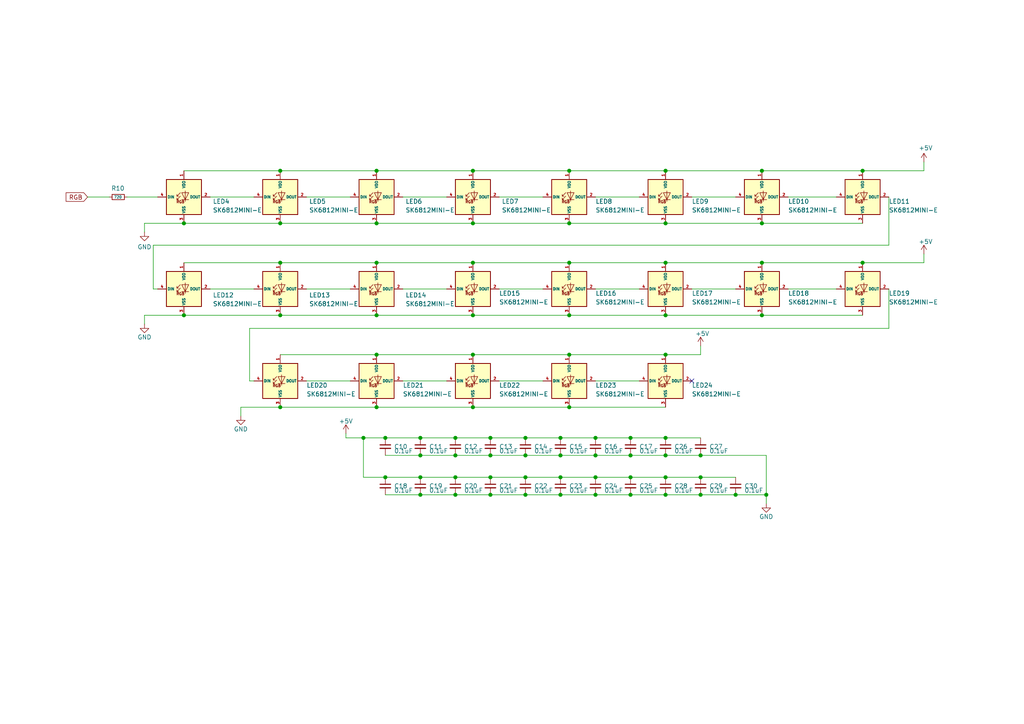
<source format=kicad_sch>
(kicad_sch (version 20210621) (generator eeschema)
  (paper "A4")
  (title_block (title "Arisutea RGB Keyboard") (date "2021-06-19") (rev "0.3") (company "mattyams"))
  (lib_symbols
    (symbol "arisutea-pcb:Device_C_Small" (pin_numbers hide) (pin_names (offset 0.254) hide)
      (property "Reference" "C" (at 0.254 1.778 0))
      (property "Value" "Device_C_Small" (at 0.254 -2.032 0))
      (symbol "Device_C_Small_0_1"
        (polyline (pts (xy -1.524 -0.508) (xy 1.524 -0.508)) (stroke (width 0.3302)))
        (polyline (pts (xy -1.524 0.508) (xy 1.524 0.508)) (stroke (width 0.3048)))
      )
      (symbol "Device_C_Small_1_1"
        (pin passive line (at 0 2.54 270) (length 2.032) (name "~") (number "1"))
        (pin passive line (at 0 -2.54 90) (length 2.032) (name "~") (number "2"))
      )
    )
    (symbol "arisutea-pcb:Device_R_Small" (pin_numbers hide) (pin_names (offset 0.254) hide)
      (property "Reference" "R" (at 0.762 0.508 0))
      (property "Value" "Device_R_Small" (at 0.762 -1.016 0))
      (symbol "Device_R_Small_0_1"
        (rectangle (start -0.762 1.778) (end 0.762 -1.778) (stroke (width 0.2032)))
      )
      (symbol "Device_R_Small_1_1"
        (pin passive line (at 0 2.54 270) (length 0.762) (name "~") (number "1"))
        (pin passive line (at 0 -2.54 90) (length 0.762) (name "~") (number "2"))
      )
    )
    (symbol "arisutea-pcb:LED_SK6812MINI-E" (pin_names (offset 0.254))
      (property "Reference" "LED" (at 5.08 5.715 0))
      (property "Value" "LED_SK6812MINI-E" (at 1.27 -5.715 0))
      (symbol "LED_SK6812MINI-E_0_0"
        (text "RGB" (at -1.016 -1.397 0) (effects (font (size 0.762 0.762))))
      )
      (symbol "LED_SK6812MINI-E_0_1"
        (rectangle (start 5.08 5.08) (end -5.08 -5.08) (stroke (width 0.254)) (fill (type background)))
        (polyline (pts (xy -2.032 -0.762) (xy -1.524 -0.762)))
        (polyline (pts (xy -2.032 0.254) (xy -1.524 0.254)))
        (polyline (pts (xy 1.397 -0.762) (xy -0.635 -0.762)))
        (polyline (pts (xy -1.016 0.254) (xy -2.032 -0.762) (xy -2.032 -0.254)))
        (polyline (pts (xy -1.016 1.27) (xy -2.032 0.254) (xy -2.032 0.762)))
        (polyline (pts (xy 0.381 1.778) (xy 0.381 -0.762) (xy 0.381 -1.27)))
        (polyline (pts (xy 1.397 1.27) (xy -0.635 1.27) (xy 0.381 -0.762) (xy 1.397 1.27)))
      )
      (symbol "LED_SK6812MINI-E_1_1"
        (pin power_in line (at 0 7.62 270) (length 2.54) (name "VDD") (number "1"))
        (pin output line (at 7.62 0 180) (length 2.54) (name "DOUT") (number "2"))
        (pin power_in line (at 0 -7.62 90) (length 2.54) (name "VSS") (number "3"))
        (pin input line (at -7.62 0 0) (length 2.54) (name "DIN") (number "4"))
      )
    )
    (symbol "power:+5V" (power) (pin_names (offset 0))
      (property "Value" "+5V" (at 0 3.556 0))
      (symbol "+5V_0_1"
        (polyline (pts (xy -0.762 1.27) (xy 0 2.54)))
        (polyline (pts (xy 0 0) (xy 0 2.54)))
        (polyline (pts (xy 0 2.54) (xy 0.762 1.27)))
      )
      (symbol "+5V_1_1"
        (pin power_in line (at 0 0 90) (length 0) hide (name "+5V") (number "1"))
      )
    )
    (symbol "power:GND" (power) (pin_names (offset 0))
      (property "Value" "GND" (at 0 -3.81 0))
      (symbol "GND_0_1"
        (polyline (pts (xy 0 0) (xy 0 -1.27) (xy 1.27 -1.27) (xy 0 -2.54) (xy -1.27 -1.27) (xy 0 -1.27)))
      )
      (symbol "GND_1_1"
        (pin power_in line (at 0 0 270) (length 0) hide (name "GND") (number "1"))
      )
    )
  )
  (junction (at 53.34 64.77) (diameter 1.016))
  (junction (at 53.34 91.44) (diameter 1.016))
  (junction (at 81.28 49.53) (diameter 1.016))
  (junction (at 81.28 64.77) (diameter 1.016))
  (junction (at 81.28 76.2) (diameter 1.016))
  (junction (at 81.28 91.44) (diameter 1.016))
  (junction (at 81.28 118.11) (diameter 1.016))
  (junction (at 105.41 127) (diameter 1.016))
  (junction (at 109.22 49.53) (diameter 1.016))
  (junction (at 109.22 64.77) (diameter 1.016))
  (junction (at 109.22 76.2) (diameter 1.016))
  (junction (at 109.22 91.44) (diameter 1.016))
  (junction (at 109.22 102.87) (diameter 1.016))
  (junction (at 109.22 118.11) (diameter 1.016))
  (junction (at 111.76 127) (diameter 1.016))
  (junction (at 111.76 138.43) (diameter 1.016))
  (junction (at 121.92 127) (diameter 1.016))
  (junction (at 121.92 132.08) (diameter 1.016))
  (junction (at 121.92 138.43) (diameter 1.016))
  (junction (at 121.92 143.51) (diameter 1.016))
  (junction (at 132.08 127) (diameter 1.016))
  (junction (at 132.08 132.08) (diameter 1.016))
  (junction (at 132.08 138.43) (diameter 1.016))
  (junction (at 132.08 143.51) (diameter 1.016))
  (junction (at 137.16 49.53) (diameter 1.016))
  (junction (at 137.16 64.77) (diameter 1.016))
  (junction (at 137.16 76.2) (diameter 1.016))
  (junction (at 137.16 91.44) (diameter 1.016))
  (junction (at 137.16 102.87) (diameter 1.016))
  (junction (at 137.16 118.11) (diameter 1.016))
  (junction (at 142.24 127) (diameter 1.016))
  (junction (at 142.24 132.08) (diameter 1.016))
  (junction (at 142.24 138.43) (diameter 1.016))
  (junction (at 142.24 143.51) (diameter 1.016))
  (junction (at 152.4 127) (diameter 1.016))
  (junction (at 152.4 132.08) (diameter 1.016))
  (junction (at 152.4 138.43) (diameter 1.016))
  (junction (at 152.4 143.51) (diameter 1.016))
  (junction (at 162.56 127) (diameter 1.016))
  (junction (at 162.56 132.08) (diameter 1.016))
  (junction (at 162.56 138.43) (diameter 1.016))
  (junction (at 162.56 143.51) (diameter 1.016))
  (junction (at 165.1 49.53) (diameter 1.016))
  (junction (at 165.1 64.77) (diameter 1.016))
  (junction (at 165.1 76.2) (diameter 1.016))
  (junction (at 165.1 91.44) (diameter 1.016))
  (junction (at 165.1 102.87) (diameter 1.016))
  (junction (at 165.1 118.11) (diameter 1.016))
  (junction (at 172.72 127) (diameter 1.016))
  (junction (at 172.72 132.08) (diameter 1.016))
  (junction (at 172.72 138.43) (diameter 1.016))
  (junction (at 172.72 143.51) (diameter 1.016))
  (junction (at 182.88 127) (diameter 1.016))
  (junction (at 182.88 132.08) (diameter 1.016))
  (junction (at 182.88 138.43) (diameter 1.016))
  (junction (at 182.88 143.51) (diameter 1.016))
  (junction (at 193.04 49.53) (diameter 1.016))
  (junction (at 193.04 64.77) (diameter 1.016))
  (junction (at 193.04 76.2) (diameter 1.016))
  (junction (at 193.04 91.44) (diameter 1.016))
  (junction (at 193.04 102.87) (diameter 1.016))
  (junction (at 193.04 127) (diameter 1.016))
  (junction (at 193.04 132.08) (diameter 1.016))
  (junction (at 193.04 138.43) (diameter 1.016))
  (junction (at 193.04 143.51) (diameter 1.016))
  (junction (at 203.2 132.08) (diameter 1.016))
  (junction (at 203.2 138.43) (diameter 1.016))
  (junction (at 203.2 143.51) (diameter 1.016))
  (junction (at 213.36 143.51) (diameter 1.016))
  (junction (at 220.98 49.53) (diameter 1.016))
  (junction (at 220.98 64.77) (diameter 1.016))
  (junction (at 220.98 76.2) (diameter 1.016))
  (junction (at 220.98 91.44) (diameter 1.016))
  (junction (at 222.25 143.51) (diameter 1.016))
  (junction (at 250.19 49.53) (diameter 1.016))
  (junction (at 250.19 76.2) (diameter 1.016))
  (no_connect (at 200.66 110.49))
  (wire (pts (xy 25.4 57.15) (xy 31.75 57.15)))
  (wire (pts (xy 36.83 57.15) (xy 45.72 57.15)))
  (wire (pts (xy 41.91 64.77) (xy 41.91 67.31)))
  (wire (pts (xy 41.91 91.44) (xy 41.91 93.98)))
  (wire (pts (xy 44.45 71.12) (xy 44.45 83.82)))
  (wire (pts (xy 44.45 71.12) (xy 257.81 71.12)))
  (wire (pts (xy 44.45 83.82) (xy 45.72 83.82)))
  (wire (pts (xy 53.34 49.53) (xy 81.28 49.53)))
  (wire (pts (xy 53.34 64.77) (xy 41.91 64.77)))
  (wire (pts (xy 53.34 76.2) (xy 81.28 76.2)))
  (wire (pts (xy 53.34 91.44) (xy 41.91 91.44)))
  (wire (pts (xy 53.34 91.44) (xy 81.28 91.44)))
  (wire (pts (xy 60.96 57.15) (xy 73.66 57.15)))
  (wire (pts (xy 60.96 83.82) (xy 73.66 83.82)))
  (wire (pts (xy 69.85 118.11) (xy 81.28 118.11)))
  (wire (pts (xy 69.85 120.65) (xy 69.85 118.11)))
  (wire (pts (xy 72.39 95.25) (xy 72.39 110.49)))
  (wire (pts (xy 72.39 110.49) (xy 73.66 110.49)))
  (wire (pts (xy 81.28 49.53) (xy 109.22 49.53)))
  (wire (pts (xy 81.28 64.77) (xy 53.34 64.77)))
  (wire (pts (xy 81.28 76.2) (xy 109.22 76.2)))
  (wire (pts (xy 81.28 91.44) (xy 109.22 91.44)))
  (wire (pts (xy 81.28 102.87) (xy 109.22 102.87)))
  (wire (pts (xy 81.28 118.11) (xy 109.22 118.11)))
  (wire (pts (xy 88.9 57.15) (xy 101.6 57.15)))
  (wire (pts (xy 88.9 83.82) (xy 101.6 83.82)))
  (wire (pts (xy 88.9 110.49) (xy 101.6 110.49)))
  (wire (pts (xy 100.33 125.73) (xy 100.33 127)))
  (wire (pts (xy 100.33 127) (xy 105.41 127)))
  (wire (pts (xy 105.41 127) (xy 111.76 127)))
  (wire (pts (xy 105.41 138.43) (xy 105.41 127)))
  (wire (pts (xy 105.41 138.43) (xy 111.76 138.43)))
  (wire (pts (xy 109.22 49.53) (xy 137.16 49.53)))
  (wire (pts (xy 109.22 64.77) (xy 81.28 64.77)))
  (wire (pts (xy 109.22 76.2) (xy 137.16 76.2)))
  (wire (pts (xy 109.22 91.44) (xy 137.16 91.44)))
  (wire (pts (xy 109.22 102.87) (xy 137.16 102.87)))
  (wire (pts (xy 109.22 118.11) (xy 137.16 118.11)))
  (wire (pts (xy 111.76 127) (xy 121.92 127)))
  (wire (pts (xy 111.76 132.08) (xy 121.92 132.08)))
  (wire (pts (xy 111.76 138.43) (xy 121.92 138.43)))
  (wire (pts (xy 111.76 143.51) (xy 121.92 143.51)))
  (wire (pts (xy 116.84 57.15) (xy 129.54 57.15)))
  (wire (pts (xy 116.84 83.82) (xy 129.54 83.82)))
  (wire (pts (xy 116.84 110.49) (xy 129.54 110.49)))
  (wire (pts (xy 121.92 127) (xy 132.08 127)))
  (wire (pts (xy 121.92 132.08) (xy 132.08 132.08)))
  (wire (pts (xy 121.92 143.51) (xy 132.08 143.51)))
  (wire (pts (xy 132.08 127) (xy 142.24 127)))
  (wire (pts (xy 132.08 132.08) (xy 142.24 132.08)))
  (wire (pts (xy 132.08 138.43) (xy 121.92 138.43)))
  (wire (pts (xy 132.08 143.51) (xy 142.24 143.51)))
  (wire (pts (xy 137.16 49.53) (xy 165.1 49.53)))
  (wire (pts (xy 137.16 64.77) (xy 109.22 64.77)))
  (wire (pts (xy 137.16 64.77) (xy 165.1 64.77)))
  (wire (pts (xy 137.16 76.2) (xy 165.1 76.2)))
  (wire (pts (xy 137.16 91.44) (xy 165.1 91.44)))
  (wire (pts (xy 137.16 102.87) (xy 165.1 102.87)))
  (wire (pts (xy 137.16 118.11) (xy 165.1 118.11)))
  (wire (pts (xy 142.24 127) (xy 152.4 127)))
  (wire (pts (xy 142.24 132.08) (xy 152.4 132.08)))
  (wire (pts (xy 142.24 138.43) (xy 132.08 138.43)))
  (wire (pts (xy 142.24 143.51) (xy 152.4 143.51)))
  (wire (pts (xy 144.78 57.15) (xy 157.48 57.15)))
  (wire (pts (xy 144.78 83.82) (xy 157.48 83.82)))
  (wire (pts (xy 144.78 110.49) (xy 157.48 110.49)))
  (wire (pts (xy 152.4 127) (xy 162.56 127)))
  (wire (pts (xy 152.4 132.08) (xy 162.56 132.08)))
  (wire (pts (xy 152.4 138.43) (xy 142.24 138.43)))
  (wire (pts (xy 152.4 138.43) (xy 162.56 138.43)))
  (wire (pts (xy 152.4 143.51) (xy 162.56 143.51)))
  (wire (pts (xy 162.56 127) (xy 172.72 127)))
  (wire (pts (xy 162.56 132.08) (xy 172.72 132.08)))
  (wire (pts (xy 162.56 138.43) (xy 172.72 138.43)))
  (wire (pts (xy 162.56 143.51) (xy 172.72 143.51)))
  (wire (pts (xy 165.1 49.53) (xy 193.04 49.53)))
  (wire (pts (xy 165.1 64.77) (xy 193.04 64.77)))
  (wire (pts (xy 165.1 76.2) (xy 193.04 76.2)))
  (wire (pts (xy 165.1 91.44) (xy 193.04 91.44)))
  (wire (pts (xy 165.1 102.87) (xy 193.04 102.87)))
  (wire (pts (xy 165.1 118.11) (xy 193.04 118.11)))
  (wire (pts (xy 172.72 57.15) (xy 185.42 57.15)))
  (wire (pts (xy 172.72 83.82) (xy 185.42 83.82)))
  (wire (pts (xy 172.72 110.49) (xy 185.42 110.49)))
  (wire (pts (xy 172.72 127) (xy 182.88 127)))
  (wire (pts (xy 172.72 132.08) (xy 182.88 132.08)))
  (wire (pts (xy 172.72 138.43) (xy 182.88 138.43)))
  (wire (pts (xy 172.72 143.51) (xy 182.88 143.51)))
  (wire (pts (xy 182.88 127) (xy 193.04 127)))
  (wire (pts (xy 182.88 132.08) (xy 193.04 132.08)))
  (wire (pts (xy 182.88 138.43) (xy 193.04 138.43)))
  (wire (pts (xy 182.88 143.51) (xy 193.04 143.51)))
  (wire (pts (xy 193.04 49.53) (xy 220.98 49.53)))
  (wire (pts (xy 193.04 64.77) (xy 220.98 64.77)))
  (wire (pts (xy 193.04 76.2) (xy 220.98 76.2)))
  (wire (pts (xy 193.04 91.44) (xy 220.98 91.44)))
  (wire (pts (xy 193.04 127) (xy 203.2 127)))
  (wire (pts (xy 193.04 132.08) (xy 203.2 132.08)))
  (wire (pts (xy 193.04 138.43) (xy 203.2 138.43)))
  (wire (pts (xy 193.04 143.51) (xy 203.2 143.51)))
  (wire (pts (xy 200.66 57.15) (xy 213.36 57.15)))
  (wire (pts (xy 200.66 83.82) (xy 213.36 83.82)))
  (wire (pts (xy 203.2 100.33) (xy 203.2 102.87)))
  (wire (pts (xy 203.2 102.87) (xy 193.04 102.87)))
  (wire (pts (xy 203.2 132.08) (xy 222.25 132.08)))
  (wire (pts (xy 203.2 138.43) (xy 213.36 138.43)))
  (wire (pts (xy 203.2 143.51) (xy 213.36 143.51)))
  (wire (pts (xy 220.98 49.53) (xy 250.19 49.53)))
  (wire (pts (xy 220.98 64.77) (xy 250.19 64.77)))
  (wire (pts (xy 220.98 76.2) (xy 250.19 76.2)))
  (wire (pts (xy 220.98 91.44) (xy 250.19 91.44)))
  (wire (pts (xy 222.25 132.08) (xy 222.25 143.51)))
  (wire (pts (xy 222.25 143.51) (xy 213.36 143.51)))
  (wire (pts (xy 222.25 146.05) (xy 222.25 143.51)))
  (wire (pts (xy 228.6 57.15) (xy 242.57 57.15)))
  (wire (pts (xy 228.6 83.82) (xy 242.57 83.82)))
  (wire (pts (xy 250.19 49.53) (xy 267.97 49.53)))
  (wire (pts (xy 250.19 76.2) (xy 267.97 76.2)))
  (wire (pts (xy 257.81 71.12) (xy 257.81 57.15)))
  (wire (pts (xy 257.81 83.82) (xy 257.81 95.25)))
  (wire (pts (xy 257.81 95.25) (xy 72.39 95.25)))
  (wire (pts (xy 267.97 49.53) (xy 267.97 46.99)))
  (wire (pts (xy 267.97 73.66) (xy 267.97 76.2)))
  (global_label "RGB" (shape input) (at 25.4 57.15 180) (property "Intersheet References" "${INTERSHEET_REFS}" (effects hide)))
  (symbol (lib_id "power:+5V") (at 100.33 125.73 0) (unit 1)
    (property "Reference" "#PWR05" (effects hide))
    (property "Value" "+5V" (at 100.33 122.174 0))
  )
  (symbol (lib_id "power:+5V") (at 203.2 100.33 0) (unit 1)
    (property "Reference" "#PWR07" (effects hide))
    (property "Value" "+5V" (at 203.708 96.774 0))
  )
  (symbol (lib_id "power:+5V") (at 267.97 46.99 0) (unit 1)
    (property "Reference" "#PWR01" (effects hide))
    (property "Value" "+5V" (at 268.478 42.926 0))
  )
  (symbol (lib_id "power:+5V") (at 267.97 73.66 0) (unit 1)
    (property "Reference" "#PWR03" (effects hide))
    (property "Value" "+5V" (at 268.478 70.104 0))
  )
  (symbol (lib_id "power:GND") (at 41.91 67.31 0) (unit 1)
    (property "Reference" "#PWR02" (effects hide))
    (property "Value" "GND" (at 41.91 71.628 0))
  )
  (symbol (lib_id "power:GND") (at 41.91 93.98 0) (unit 1)
    (property "Reference" "#PWR04" (effects hide))
    (property "Value" "GND" (at 41.91 97.79 0))
  )
  (symbol (lib_id "power:GND") (at 69.85 120.65 0) (unit 1)
    (property "Reference" "#PWR08" (effects hide))
    (property "Value" "GND" (at 69.85 124.46 0))
  )
  (symbol (lib_id "power:GND") (at 222.25 146.05 0) (unit 1)
    (property "Reference" "#PWR06" (effects hide))
    (property "Value" "GND" (at 222.25 149.86 0))
  )
  (symbol (lib_id "arisutea-pcb:Device_R_Small") (at 34.29 57.15 90) (unit 1)
    (property "Reference" "R10" (at 34.2046 54.6263 90))
    (property "Value" "720" (at 34.2046 57.1663 90) (effects (font (size 0.762 0.762))))
    (property "Footprint" "arisutea:C_0805_2012Metric_Pad1.18x1.45mm_HandSolder" (effects hide))
    (property "LCSC" "C17818" (effects hide))
  )
  (symbol (lib_id "arisutea-pcb:Device_C_Small") (at 111.76 129.54 0) (unit 1)
    (property "Reference" "C10" (at 114.3 129.54 0) (effects (justify left)))
    (property "Value" "0.1uF" (at 114.3 130.81 0) (effects (justify left)))
    (property "Footprint" "arisutea:C_0805_2012Metric_Pad1.18x1.45mm_HandSolder" (effects hide))
    (property "LCSC" "C28233" (effects hide))
  )
  (symbol (lib_id "arisutea-pcb:Device_C_Small") (at 111.76 140.97 0) (unit 1)
    (property "Reference" "C18" (at 114.3 140.97 0) (effects (justify left)))
    (property "Value" "0.1uF" (at 114.3 142.24 0) (effects (justify left)))
    (property "Footprint" "arisutea:C_0805_2012Metric_Pad1.18x1.45mm_HandSolder" (effects hide))
    (property "LCSC" "C28233" (effects hide))
  )
  (symbol (lib_id "arisutea-pcb:Device_C_Small") (at 121.92 129.54 0) (unit 1)
    (property "Reference" "C11" (at 124.46 129.54 0) (effects (justify left)))
    (property "Value" "0.1uF" (at 124.46 130.81 0) (effects (justify left)))
    (property "Footprint" "arisutea:C_0805_2012Metric_Pad1.18x1.45mm_HandSolder" (effects hide))
    (property "LCSC" "C28233" (effects hide))
  )
  (symbol (lib_id "arisutea-pcb:Device_C_Small") (at 121.92 140.97 0) (unit 1)
    (property "Reference" "C19" (at 124.46 140.97 0) (effects (justify left)))
    (property "Value" "0.1uF" (at 124.46 142.24 0) (effects (justify left)))
    (property "Footprint" "arisutea:C_0805_2012Metric_Pad1.18x1.45mm_HandSolder" (effects hide))
    (property "LCSC" "C28233" (effects hide))
  )
  (symbol (lib_id "arisutea-pcb:Device_C_Small") (at 132.08 129.54 0) (unit 1)
    (property "Reference" "C12" (at 134.62 129.54 0) (effects (justify left)))
    (property "Value" "0.1uF" (at 134.62 130.81 0) (effects (justify left)))
    (property "Footprint" "arisutea:C_0805_2012Metric_Pad1.18x1.45mm_HandSolder" (effects hide))
    (property "LCSC" "C28233" (effects hide))
  )
  (symbol (lib_id "arisutea-pcb:Device_C_Small") (at 132.08 140.97 0) (unit 1)
    (property "Reference" "C20" (at 134.62 140.97 0) (effects (justify left)))
    (property "Value" "0.1uF" (at 134.62 142.24 0) (effects (justify left)))
    (property "Footprint" "arisutea:C_0805_2012Metric_Pad1.18x1.45mm_HandSolder" (effects hide))
    (property "LCSC" "C28233" (effects hide))
  )
  (symbol (lib_id "arisutea-pcb:Device_C_Small") (at 142.24 129.54 0) (unit 1)
    (property "Reference" "C13" (at 144.78 129.54 0) (effects (justify left)))
    (property "Value" "0.1uF" (at 144.78 130.81 0) (effects (justify left)))
    (property "Footprint" "arisutea:C_0805_2012Metric_Pad1.18x1.45mm_HandSolder" (effects hide))
    (property "LCSC" "C28233" (effects hide))
  )
  (symbol (lib_id "arisutea-pcb:Device_C_Small") (at 142.24 140.97 0) (unit 1)
    (property "Reference" "C21" (at 144.78 140.97 0) (effects (justify left)))
    (property "Value" "0.1uF" (at 144.78 142.24 0) (effects (justify left)))
    (property "Footprint" "arisutea:C_0805_2012Metric_Pad1.18x1.45mm_HandSolder" (effects hide))
    (property "LCSC" "C28233" (effects hide))
  )
  (symbol (lib_id "arisutea-pcb:Device_C_Small") (at 152.4 129.54 0) (unit 1)
    (property "Reference" "C14" (at 154.94 129.54 0) (effects (justify left)))
    (property "Value" "0.1uF" (at 154.94 130.81 0) (effects (justify left)))
    (property "Footprint" "arisutea:C_0805_2012Metric_Pad1.18x1.45mm_HandSolder" (effects hide))
    (property "LCSC" "C28233" (effects hide))
  )
  (symbol (lib_id "arisutea-pcb:Device_C_Small") (at 152.4 140.97 0) (unit 1)
    (property "Reference" "C22" (at 154.94 140.97 0) (effects (justify left)))
    (property "Value" "0.1uF" (at 154.94 142.24 0) (effects (justify left)))
    (property "Footprint" "arisutea:C_0805_2012Metric_Pad1.18x1.45mm_HandSolder" (effects hide))
    (property "LCSC" "C28233" (effects hide))
  )
  (symbol (lib_id "arisutea-pcb:Device_C_Small") (at 162.56 129.54 0) (unit 1)
    (property "Reference" "C15" (at 165.1 129.54 0) (effects (justify left)))
    (property "Value" "0.1uF" (at 165.1 130.81 0) (effects (justify left)))
    (property "Footprint" "arisutea:C_0805_2012Metric_Pad1.18x1.45mm_HandSolder" (effects hide))
    (property "LCSC" "C28233" (effects hide))
  )
  (symbol (lib_id "arisutea-pcb:Device_C_Small") (at 162.56 140.97 0) (unit 1)
    (property "Reference" "C23" (at 165.1 140.97 0) (effects (justify left)))
    (property "Value" "0.1uF" (at 165.1 142.24 0) (effects (justify left)))
    (property "Footprint" "arisutea:C_0805_2012Metric_Pad1.18x1.45mm_HandSolder" (effects hide))
    (property "LCSC" "C28233" (effects hide))
  )
  (symbol (lib_id "arisutea-pcb:Device_C_Small") (at 172.72 129.54 0) (unit 1)
    (property "Reference" "C16" (at 175.26 129.54 0) (effects (justify left)))
    (property "Value" "0.1uF" (at 175.26 130.81 0) (effects (justify left)))
    (property "Footprint" "arisutea:C_0805_2012Metric_Pad1.18x1.45mm_HandSolder" (effects hide))
    (property "LCSC" "C28233" (effects hide))
  )
  (symbol (lib_id "arisutea-pcb:Device_C_Small") (at 172.72 140.97 0) (unit 1)
    (property "Reference" "C24" (at 175.26 140.97 0) (effects (justify left)))
    (property "Value" "0.1uF" (at 175.26 142.24 0) (effects (justify left)))
    (property "Footprint" "arisutea:C_0805_2012Metric_Pad1.18x1.45mm_HandSolder" (effects hide))
    (property "LCSC" "C28233" (effects hide))
  )
  (symbol (lib_id "arisutea-pcb:Device_C_Small") (at 182.88 129.54 0) (unit 1)
    (property "Reference" "C17" (at 185.42 129.54 0) (effects (justify left)))
    (property "Value" "0.1uF" (at 185.42 130.81 0) (effects (justify left)))
    (property "Footprint" "arisutea:C_0805_2012Metric_Pad1.18x1.45mm_HandSolder" (effects hide))
    (property "LCSC" "C28233" (effects hide))
  )
  (symbol (lib_id "arisutea-pcb:Device_C_Small") (at 182.88 140.97 0) (unit 1)
    (property "Reference" "C25" (at 185.42 140.97 0) (effects (justify left)))
    (property "Value" "0.1uF" (at 185.42 142.24 0) (effects (justify left)))
    (property "Footprint" "arisutea:C_0805_2012Metric_Pad1.18x1.45mm_HandSolder" (effects hide))
    (property "LCSC" "C28233" (effects hide))
  )
  (symbol (lib_id "arisutea-pcb:Device_C_Small") (at 193.04 129.54 0) (unit 1)
    (property "Reference" "C26" (at 195.58 129.54 0) (effects (justify left)))
    (property "Value" "0.1uF" (at 195.58 130.81 0) (effects (justify left)))
    (property "Footprint" "arisutea:C_0805_2012Metric_Pad1.18x1.45mm_HandSolder" (effects hide))
    (property "LCSC" "C28233" (effects hide))
  )
  (symbol (lib_id "arisutea-pcb:Device_C_Small") (at 193.04 140.97 0) (unit 1)
    (property "Reference" "C28" (at 195.58 140.97 0) (effects (justify left)))
    (property "Value" "0.1uF" (at 195.58 142.24 0) (effects (justify left)))
    (property "Footprint" "arisutea:C_0805_2012Metric_Pad1.18x1.45mm_HandSolder" (effects hide))
    (property "LCSC" "C28233" (effects hide))
  )
  (symbol (lib_id "arisutea-pcb:Device_C_Small") (at 203.2 129.54 0) (unit 1)
    (property "Reference" "C27" (at 205.74 129.54 0) (effects (justify left)))
    (property "Value" "0.1uF" (at 205.74 130.81 0) (effects (justify left)))
    (property "Footprint" "arisutea:C_0805_2012Metric_Pad1.18x1.45mm_HandSolder" (effects hide))
    (property "LCSC" "C28233" (effects hide))
  )
  (symbol (lib_id "arisutea-pcb:Device_C_Small") (at 203.2 140.97 0) (unit 1)
    (property "Reference" "C29" (at 205.74 140.97 0) (effects (justify left)))
    (property "Value" "0.1uF" (at 205.74 142.24 0) (effects (justify left)))
    (property "Footprint" "arisutea:C_0805_2012Metric_Pad1.18x1.45mm_HandSolder" (effects hide))
    (property "LCSC" "C28233" (effects hide))
  )
  (symbol (lib_id "arisutea-pcb:Device_C_Small") (at 213.36 140.97 0) (unit 1)
    (property "Reference" "C30" (at 215.9 140.97 0) (effects (justify left)))
    (property "Value" "0.1uF" (at 215.9 142.24 0) (effects (justify left)))
    (property "Footprint" "arisutea:C_0805_2012Metric_Pad1.18x1.45mm_HandSolder" (effects hide))
    (property "LCSC" "C28233" (effects hide))
  )
  (symbol (lib_id "arisutea-pcb:LED_SK6812MINI-E") (at 53.34 57.15 0) (unit 1)
    (property "Reference" "LED4" (at 61.722 58.42 0) (effects (justify left)))
    (property "Value" "SK6812MINI-E" (at 61.722 60.96 0) (effects (justify left)))
    (property "Footprint" "arisutea:LED_SK6812MINI-E" (effects hide))
  )
  (symbol (lib_id "arisutea-pcb:LED_SK6812MINI-E") (at 53.34 83.82 0) (unit 1)
    (property "Reference" "LED12" (at 61.722 85.598 0) (effects (justify left)))
    (property "Value" "SK6812MINI-E" (at 61.722 88.138 0) (effects (justify left)))
    (property "Footprint" "arisutea:LED_SK6812MINI-E" (effects hide))
  )
  (symbol (lib_id "arisutea-pcb:LED_SK6812MINI-E") (at 81.28 57.15 0) (unit 1)
    (property "Reference" "LED5" (at 89.662 58.42 0) (effects (justify left)))
    (property "Value" "SK6812MINI-E" (at 89.662 60.96 0) (effects (justify left)))
    (property "Footprint" "arisutea:LED_SK6812MINI-E" (effects hide))
  )
  (symbol (lib_id "arisutea-pcb:LED_SK6812MINI-E") (at 81.28 83.82 0) (unit 1)
    (property "Reference" "LED13" (at 89.662 85.598 0) (effects (justify left)))
    (property "Value" "SK6812MINI-E" (at 89.662 88.138 0) (effects (justify left)))
    (property "Footprint" "arisutea:LED_SK6812MINI-E" (effects hide))
  )
  (symbol (lib_id "arisutea-pcb:LED_SK6812MINI-E") (at 81.28 110.49 0) (unit 1)
    (property "Reference" "LED20" (at 88.9 111.76 0) (effects (justify left)))
    (property "Value" "SK6812MINI-E" (at 88.9 114.3 0) (effects (justify left)))
    (property "Footprint" "arisutea:LED_SK6812MINI-E" (effects hide))
  )
  (symbol (lib_id "arisutea-pcb:LED_SK6812MINI-E") (at 109.22 57.15 0) (unit 1)
    (property "Reference" "LED6" (at 117.602 58.42 0) (effects (justify left)))
    (property "Value" "SK6812MINI-E" (at 117.602 60.96 0) (effects (justify left)))
    (property "Footprint" "arisutea:LED_SK6812MINI-E" (effects hide))
  )
  (symbol (lib_id "arisutea-pcb:LED_SK6812MINI-E") (at 109.22 83.82 0) (unit 1)
    (property "Reference" "LED14" (at 117.602 85.598 0) (effects (justify left)))
    (property "Value" "SK6812MINI-E" (at 117.602 88.138 0) (effects (justify left)))
    (property "Footprint" "arisutea:LED_SK6812MINI-E" (effects hide))
  )
  (symbol (lib_id "arisutea-pcb:LED_SK6812MINI-E") (at 109.22 110.49 0) (unit 1)
    (property "Reference" "LED21" (at 116.84 111.76 0) (effects (justify left)))
    (property "Value" "SK6812MINI-E" (at 116.84 114.3 0) (effects (justify left)))
    (property "Footprint" "arisutea:LED_SK6812MINI-E" (effects hide))
  )
  (symbol (lib_id "arisutea-pcb:LED_SK6812MINI-E") (at 137.16 57.15 0) (unit 1)
    (property "Reference" "LED7" (at 145.542 58.42 0) (effects (justify left)))
    (property "Value" "SK6812MINI-E" (at 145.542 60.96 0) (effects (justify left)))
    (property "Footprint" "arisutea:LED_SK6812MINI-E" (effects hide))
  )
  (symbol (lib_id "arisutea-pcb:LED_SK6812MINI-E") (at 137.16 83.82 0) (unit 1)
    (property "Reference" "LED15" (at 144.78 85.09 0) (effects (justify left)))
    (property "Value" "SK6812MINI-E" (at 144.78 87.63 0) (effects (justify left)))
    (property "Footprint" "arisutea:LED_SK6812MINI-E" (effects hide))
  )
  (symbol (lib_id "arisutea-pcb:LED_SK6812MINI-E") (at 137.16 110.49 0) (unit 1)
    (property "Reference" "LED22" (at 144.78 111.76 0) (effects (justify left)))
    (property "Value" "SK6812MINI-E" (at 144.78 114.3 0) (effects (justify left)))
    (property "Footprint" "arisutea:LED_SK6812MINI-E" (effects hide))
  )
  (symbol (lib_id "arisutea-pcb:LED_SK6812MINI-E") (at 165.1 57.15 0) (unit 1)
    (property "Reference" "LED8" (at 172.72 58.42 0) (effects (justify left)))
    (property "Value" "SK6812MINI-E" (at 172.72 60.96 0) (effects (justify left)))
    (property "Footprint" "arisutea:LED_SK6812MINI-E" (effects hide))
  )
  (symbol (lib_id "arisutea-pcb:LED_SK6812MINI-E") (at 165.1 83.82 0) (unit 1)
    (property "Reference" "LED16" (at 172.72 85.09 0) (effects (justify left)))
    (property "Value" "SK6812MINI-E" (at 172.72 87.63 0) (effects (justify left)))
    (property "Footprint" "arisutea:LED_SK6812MINI-E" (effects hide))
  )
  (symbol (lib_id "arisutea-pcb:LED_SK6812MINI-E") (at 165.1 110.49 0) (unit 1)
    (property "Reference" "LED23" (at 172.72 111.76 0) (effects (justify left)))
    (property "Value" "SK6812MINI-E" (at 172.72 114.3 0) (effects (justify left)))
    (property "Footprint" "arisutea:LED_SK6812MINI-E" (effects hide))
  )
  (symbol (lib_id "arisutea-pcb:LED_SK6812MINI-E") (at 193.04 57.15 0) (unit 1)
    (property "Reference" "LED9" (at 200.66 58.42 0) (effects (justify left)))
    (property "Value" "SK6812MINI-E" (at 200.66 60.96 0) (effects (justify left)))
    (property "Footprint" "arisutea:LED_SK6812MINI-E" (effects hide))
  )
  (symbol (lib_id "arisutea-pcb:LED_SK6812MINI-E") (at 193.04 83.82 0) (unit 1)
    (property "Reference" "LED17" (at 200.66 85.09 0) (effects (justify left)))
    (property "Value" "SK6812MINI-E" (at 200.66 87.63 0) (effects (justify left)))
    (property "Footprint" "arisutea:LED_SK6812MINI-E" (effects hide))
  )
  (symbol (lib_id "arisutea-pcb:LED_SK6812MINI-E") (at 193.04 110.49 0) (unit 1)
    (property "Reference" "LED24" (at 200.66 111.76 0) (effects (justify left)))
    (property "Value" "SK6812MINI-E" (at 200.66 114.3 0) (effects (justify left)))
    (property "Footprint" "arisutea:LED_SK6812MINI-E" (effects hide))
  )
  (symbol (lib_id "arisutea-pcb:LED_SK6812MINI-E") (at 220.98 57.15 0) (unit 1)
    (property "Reference" "LED10" (at 228.6 58.42 0) (effects (justify left)))
    (property "Value" "SK6812MINI-E" (at 228.6 60.96 0) (effects (justify left)))
    (property "Footprint" "arisutea:LED_SK6812MINI-E" (effects hide))
  )
  (symbol (lib_id "arisutea-pcb:LED_SK6812MINI-E") (at 220.98 83.82 0) (unit 1)
    (property "Reference" "LED18" (at 228.6 85.09 0) (effects (justify left)))
    (property "Value" "SK6812MINI-E" (at 228.6 87.63 0) (effects (justify left)))
    (property "Footprint" "arisutea:LED_SK6812MINI-E" (effects hide))
  )
  (symbol (lib_id "arisutea-pcb:LED_SK6812MINI-E") (at 250.19 57.15 0) (unit 1)
    (property "Reference" "LED11" (at 257.81 58.42 0) (effects (justify left)))
    (property "Value" "SK6812MINI-E" (at 257.81 60.96 0) (effects (justify left)))
    (property "Footprint" "arisutea:LED_SK6812MINI-E" (effects hide))
  )
  (symbol (lib_id "arisutea-pcb:LED_SK6812MINI-E") (at 250.19 83.82 0) (unit 1)
    (property "Reference" "LED19" (at 257.81 85.09 0) (effects (justify left)))
    (property "Value" "SK6812MINI-E" (at 257.81 87.63 0) (effects (justify left)))
    (property "Footprint" "arisutea:LED_SK6812MINI-E" (effects hide))
  )
)
</source>
